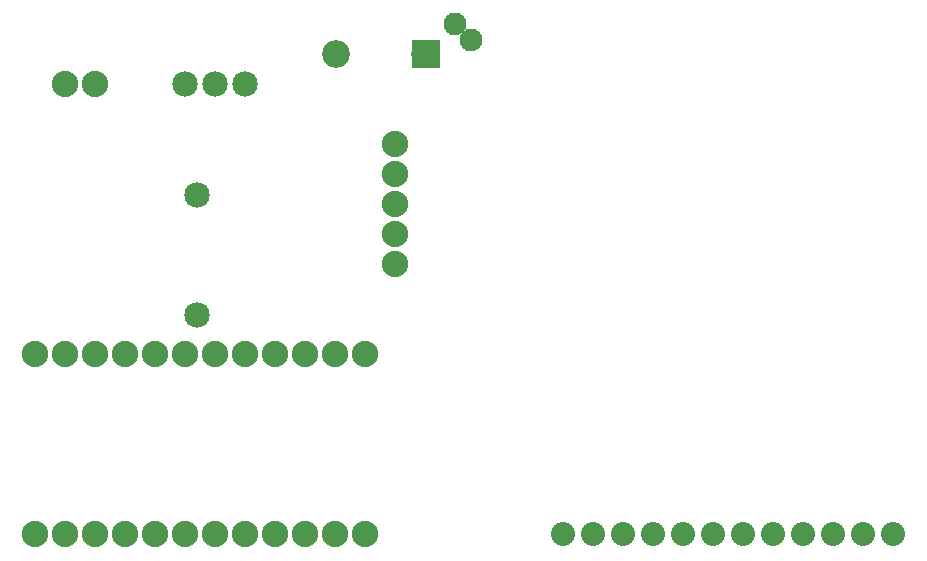
<source format=gbs>
G04 MADE WITH FRITZING*
G04 WWW.FRITZING.ORG*
G04 DOUBLE SIDED*
G04 HOLES PLATED*
G04 CONTOUR ON CENTER OF CONTOUR VECTOR*
%ASAXBY*%
%FSLAX23Y23*%
%MOIN*%
%OFA0B0*%
%SFA1.0B1.0*%
%ADD10C,0.076000*%
%ADD11C,0.088000*%
%ADD12C,0.080000*%
%ADD13C,0.085000*%
%ADD14C,0.092000*%
%ADD15R,0.092000X0.092000*%
%LNMASK0*%
G90*
G70*
G54D10*
X1549Y1944D03*
X1602Y1891D03*
G54D11*
X149Y244D03*
X249Y244D03*
X349Y244D03*
X449Y244D03*
X549Y244D03*
X649Y244D03*
X749Y244D03*
X849Y244D03*
X949Y244D03*
X1049Y244D03*
X1149Y244D03*
X1249Y244D03*
X149Y844D03*
X249Y844D03*
X349Y844D03*
X449Y844D03*
X549Y844D03*
X649Y844D03*
X749Y844D03*
X849Y844D03*
X949Y844D03*
X1049Y844D03*
X1149Y844D03*
X1249Y844D03*
X1349Y1544D03*
X1349Y1444D03*
X1349Y1344D03*
X1349Y1244D03*
X1349Y1144D03*
X349Y1744D03*
X249Y1744D03*
G54D12*
X3008Y244D03*
X2908Y244D03*
X2808Y244D03*
X2708Y244D03*
X2608Y244D03*
X2508Y244D03*
X2408Y244D03*
X2308Y244D03*
X2208Y244D03*
X2108Y244D03*
X2008Y244D03*
X1908Y244D03*
G54D13*
X849Y1744D03*
X749Y1744D03*
X649Y1744D03*
G54D14*
X1449Y1844D03*
X1151Y1844D03*
G54D13*
X688Y975D03*
X688Y1375D03*
G54D15*
X1450Y1844D03*
G04 End of Mask0*
M02*
</source>
